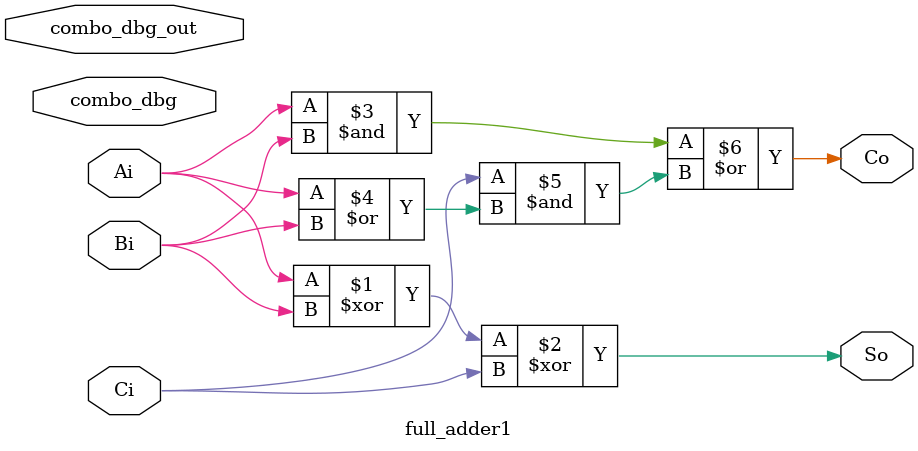
<source format=v>
module full_adder1(
    input combo_dbg,
    input [1:0] combo_dbg_out,
    input   Ai, Bi, Ci,
    output  So, Co);

   assign So = Ai ^ Bi ^ Ci ;
   assign Co = (Ai & Bi) | (Ci & (Ai | Bi));

   specify
      (Ai, Bi, Ci *> So) = 1.1 ;
      (Ai, Bi     *> Co) = 1.3 ;
      (Ci         => Co) = 1.2 ;
   endspecify
endmodule



</source>
